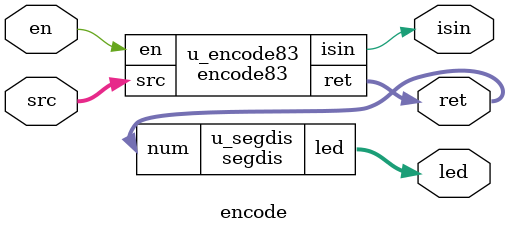
<source format=v>
module encode83 (
    input [7:0] src,
    input en,
    output reg [2:0] ret,
    output isin
);

    integer i;
    always @(src or en) begin
        if (en) begin
            ret = 3'b000;
            for( i = 0; i < 8; i = i + 1)
                if(src[i] == 1) ret = i[2:0];
        end
        else  ret = 0;
    end

    assign isin = src == 0 ? 0 : 1;

endmodule


// 数码管显示模块
module segdis(
    input [2:0] num,
    output reg [7:0] led
);

    always @(num) begin
        case (num)
            0 : led = 8'b00000010;
            1 : led = 8'b10011110;
            2 : led = 8'b00100100;
            3 : led = 8'b00001100;
            4 : led = 8'b10011000;
            5 : led = 8'b01001000;
            6 : led = 8'b01000000;
            7 : led = 8'b00011110;
            default: led = 8'b11111111;
        endcase
    end

endmodule


module encode (
    input [7:0] src,
    input en,
    output isin,
    output reg [7:0] led,
    output reg [2:0] ret
);
    
    encode83 u_encode83(
        .src  	(src   ),
        .en   	(en    ),
        .ret  	(ret   ),
        .isin 	(isin  )
    );
    
    segdis u_segdis(
        .num 	(ret  ),
        .led 	(led  )
    );
    
endmodule

</source>
